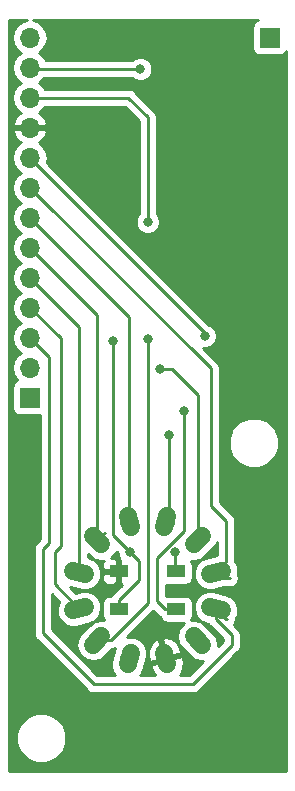
<source format=gtl>
G04 #@! TF.GenerationSoftware,KiCad,Pcbnew,5.0.0-rc2-unknown-e4a6f2e~65~ubuntu18.04.1*
G04 #@! TF.CreationDate,2018-06-07T10:51:13+01:00*
G04 #@! TF.ProjectId,IV-11-breakout,49562D31312D627265616B6F75742E6B,rev?*
G04 #@! TF.SameCoordinates,Original*
G04 #@! TF.FileFunction,Copper,L1,Top,Signal*
G04 #@! TF.FilePolarity,Positive*
%FSLAX46Y46*%
G04 Gerber Fmt 4.6, Leading zero omitted, Abs format (unit mm)*
G04 Created by KiCad (PCBNEW 5.0.0-rc2-unknown-e4a6f2e~65~ubuntu18.04.1) date Thu Jun  7 10:51:13 2018*
%MOMM*%
%LPD*%
G01*
G04 APERTURE LIST*
G04 #@! TA.AperFunction,ComponentPad*
%ADD10O,1.700000X1.700000*%
G04 #@! TD*
G04 #@! TA.AperFunction,ComponentPad*
%ADD11R,1.700000X1.700000*%
G04 #@! TD*
G04 #@! TA.AperFunction,ComponentPad*
%ADD12C,1.524000*%
G04 #@! TD*
G04 #@! TA.AperFunction,Conductor*
%ADD13C,1.524000*%
G04 #@! TD*
G04 #@! TA.AperFunction,SMDPad,CuDef*
%ADD14R,1.500000X1.000000*%
G04 #@! TD*
G04 #@! TA.AperFunction,ViaPad*
%ADD15C,0.800000*%
G04 #@! TD*
G04 #@! TA.AperFunction,Conductor*
%ADD16C,0.250000*%
G04 #@! TD*
G04 #@! TA.AperFunction,Conductor*
%ADD17C,0.254000*%
G04 #@! TD*
G04 APERTURE END LIST*
D10*
G04 #@! TO.P,J1,13*
G04 #@! TO.N,/LED_DIN*
X102540000Y-99695000D03*
G04 #@! TO.P,J1,12*
G04 #@! TO.N,/LED+V*
X102540000Y-102235000D03*
G04 #@! TO.P,J1,11*
G04 #@! TO.N,/HEATER+V*
X102540000Y-104775000D03*
G04 #@! TO.P,J1,10*
G04 #@! TO.N,GND*
X102540000Y-107315000D03*
G04 #@! TO.P,J1,9*
G04 #@! TO.N,/GRID*
X102540000Y-109855000D03*
G04 #@! TO.P,J1,8*
G04 #@! TO.N,/DP*
X102540000Y-112395000D03*
G04 #@! TO.P,J1,7*
G04 #@! TO.N,/G*
X102540000Y-114935000D03*
G04 #@! TO.P,J1,6*
G04 #@! TO.N,/F*
X102540000Y-117475000D03*
G04 #@! TO.P,J1,5*
G04 #@! TO.N,/E*
X102540000Y-120015000D03*
G04 #@! TO.P,J1,4*
G04 #@! TO.N,/D*
X102540000Y-122555000D03*
G04 #@! TO.P,J1,3*
G04 #@! TO.N,/C*
X102540000Y-125095000D03*
G04 #@! TO.P,J1,2*
G04 #@! TO.N,/B*
X102540000Y-127635000D03*
D11*
G04 #@! TO.P,J1,1*
G04 #@! TO.N,/A*
X102540000Y-130175000D03*
G04 #@! TD*
D12*
G04 #@! TO.P,VFD1,1*
G04 #@! TO.N,GND*
X114052914Y-152295555D03*
D13*
G04 #@! TD*
G04 #@! TO.N,GND*
G04 #@! TO.C,VFD1*
X114179218Y-152766927D02*
X113926610Y-151824183D01*
D12*
G04 #@! TO.P,VFD1,2*
G04 #@! TO.N,/GRID*
X116742640Y-150742641D03*
D13*
G04 #@! TD*
G04 #@! TO.N,/GRID*
G04 #@! TO.C,VFD1*
X117087708Y-151087709D02*
X116397572Y-150397573D01*
D12*
G04 #@! TO.P,VFD1,3*
G04 #@! TO.N,/C*
X118295555Y-148052915D03*
D13*
G04 #@! TD*
G04 #@! TO.N,/C*
G04 #@! TO.C,VFD1*
X118766927Y-148179219D02*
X117824183Y-147926611D01*
D12*
G04 #@! TO.P,VFD1,4*
G04 #@! TO.N,/DP*
X118295555Y-144947086D03*
D13*
G04 #@! TD*
G04 #@! TO.N,/DP*
G04 #@! TO.C,VFD1*
X118766927Y-144820782D02*
X117824183Y-145073390D01*
D12*
G04 #@! TO.P,VFD1,5*
G04 #@! TO.N,/B*
X116742641Y-142257360D03*
D13*
G04 #@! TD*
G04 #@! TO.N,/B*
G04 #@! TO.C,VFD1*
X117087709Y-141912292D02*
X116397573Y-142602428D01*
D12*
G04 #@! TO.P,VFD1,6*
G04 #@! TO.N,/A*
X114052915Y-140704445D03*
D13*
G04 #@! TD*
G04 #@! TO.N,/A*
G04 #@! TO.C,VFD1*
X114179219Y-140233073D02*
X113926611Y-141175817D01*
D12*
G04 #@! TO.P,VFD1,7*
G04 #@! TO.N,/G*
X110947086Y-140704445D03*
D13*
G04 #@! TD*
G04 #@! TO.N,/G*
G04 #@! TO.C,VFD1*
X110820782Y-140233073D02*
X111073390Y-141175817D01*
D12*
G04 #@! TO.P,VFD1,8*
G04 #@! TO.N,/F*
X108257360Y-142257359D03*
D13*
G04 #@! TD*
G04 #@! TO.N,/F*
G04 #@! TO.C,VFD1*
X107912292Y-141912291D02*
X108602428Y-142602427D01*
D12*
G04 #@! TO.P,VFD1,9*
G04 #@! TO.N,/E*
X106704445Y-144947085D03*
D13*
G04 #@! TD*
G04 #@! TO.N,/E*
G04 #@! TO.C,VFD1*
X106233073Y-144820781D02*
X107175817Y-145073389D01*
D12*
G04 #@! TO.P,VFD1,10*
G04 #@! TO.N,/D*
X106704445Y-148052914D03*
D13*
G04 #@! TD*
G04 #@! TO.N,/D*
G04 #@! TO.C,VFD1*
X106233073Y-148179218D02*
X107175817Y-147926610D01*
D12*
G04 #@! TO.P,VFD1,11*
G04 #@! TO.N,/HEATER+V*
X108257359Y-150742640D03*
D13*
G04 #@! TD*
G04 #@! TO.N,/HEATER+V*
G04 #@! TO.C,VFD1*
X107912291Y-151087708D02*
X108602427Y-150397572D01*
D12*
G04 #@! TO.P,VFD1,12*
G04 #@! TO.N,N/C*
X110947085Y-152295555D03*
D13*
G04 #@! TD*
G04 #@! TO.N,N/C*
G04 #@! TO.C,VFD1*
X110820781Y-152766927D02*
X111073389Y-151824183D01*
D14*
G04 #@! TO.P,D1,1*
G04 #@! TO.N,/LED+V*
X114950000Y-148100000D03*
G04 #@! TO.P,D1,2*
G04 #@! TO.N,/LED_DOUT*
X114950000Y-144900000D03*
G04 #@! TO.P,D1,4*
G04 #@! TO.N,/LED_DIN*
X110050000Y-148100000D03*
G04 #@! TO.P,D1,3*
G04 #@! TO.N,GND*
X110050000Y-144900000D03*
G04 #@! TD*
D11*
G04 #@! TO.P,J2,1*
G04 #@! TO.N,/LED_DOUT*
X122860000Y-99695000D03*
G04 #@! TD*
D15*
G04 #@! TO.N,GND*
X108712000Y-146304000D03*
G04 #@! TO.N,/LED_DOUT*
X114812653Y-143260653D03*
G04 #@! TO.N,/A*
X114300000Y-133350000D03*
G04 #@! TO.N,/B*
X113538000Y-127762000D03*
G04 #@! TO.N,/GRID*
X117348000Y-124968000D03*
G04 #@! TO.N,/LED_DIN*
X110998000Y-143256000D03*
X109601000Y-125349000D03*
G04 #@! TO.N,/LED+V*
X115570000Y-131318000D03*
X111887000Y-102362000D03*
G04 #@! TO.N,/HEATER+V*
X112522000Y-125222000D03*
X112522000Y-115316000D03*
G04 #@! TD*
D16*
G04 #@! TO.N,GND*
X110050000Y-145650000D02*
X109396000Y-146304000D01*
X110050000Y-144900000D02*
X110050000Y-145650000D01*
X109396000Y-146304000D02*
X108712000Y-146304000D01*
G04 #@! TO.N,/LED_DOUT*
X114812653Y-144762653D02*
X114950000Y-144900000D01*
X114812653Y-143260653D02*
X114812653Y-144762653D01*
G04 #@! TO.N,/A*
X114300000Y-140457360D02*
X114052915Y-140704445D01*
X114300000Y-133350000D02*
X114300000Y-140457360D01*
G04 #@! TO.N,/B*
X116742641Y-142257360D02*
X116742641Y-129950641D01*
X116742641Y-129950641D02*
X114554000Y-127762000D01*
X114554000Y-127762000D02*
X113538000Y-127762000D01*
G04 #@! TO.N,/C*
X118364000Y-147994000D02*
X119036000Y-148666000D01*
X119174572Y-148931932D02*
X119213932Y-148931932D01*
X118295555Y-148052915D02*
X119174572Y-148931932D01*
X103632000Y-150114000D02*
X107950000Y-154432000D01*
X103632000Y-143002000D02*
X103632000Y-150114000D01*
X102540000Y-125095000D02*
X103389999Y-125944999D01*
X103389999Y-125944999D02*
X103389999Y-125995999D01*
X103389999Y-125995999D02*
X104140000Y-126746000D01*
X104140000Y-142494000D02*
X103632000Y-143002000D01*
X104140000Y-126746000D02*
X104140000Y-142494000D01*
X107950000Y-154432000D02*
X116332000Y-154432000D01*
X118295555Y-148941795D02*
X119634000Y-150280240D01*
X118295555Y-148052915D02*
X118295555Y-148941795D01*
X119634000Y-151130000D02*
X116332000Y-154432000D01*
X119634000Y-150280240D02*
X119634000Y-151130000D01*
G04 #@! TO.N,/D*
X105148963Y-125163963D02*
X105148963Y-142755037D01*
X102540000Y-122555000D02*
X105148963Y-125163963D01*
X105148963Y-142755037D02*
X104648000Y-143256000D01*
X104648000Y-145996469D02*
X106704445Y-148052914D01*
X104648000Y-143256000D02*
X104648000Y-145996469D01*
G04 #@! TO.N,/E*
X106704445Y-124179445D02*
X106704445Y-144947085D01*
X102540000Y-120015000D02*
X106704445Y-124179445D01*
G04 #@! TO.N,/F*
X103389999Y-118324999D02*
X102540000Y-117475000D01*
X108257360Y-142257359D02*
X108866885Y-141647834D01*
X108257360Y-123192360D02*
X102540000Y-117475000D01*
X108257360Y-142257359D02*
X108257360Y-123192360D01*
G04 #@! TO.N,/G*
X110947086Y-123342086D02*
X110947086Y-140704445D01*
X102540000Y-114935000D02*
X110947086Y-123342086D01*
G04 #@! TO.N,/DP*
X118450000Y-145466000D02*
X119450000Y-145466000D01*
X117856000Y-139319000D02*
X117856000Y-127711000D01*
X117856000Y-127711000D02*
X102540000Y-112395000D01*
X119174573Y-140637573D02*
X117856000Y-139319000D01*
X118295555Y-144947086D02*
X119174573Y-144068068D01*
X119174573Y-144068068D02*
X119174573Y-140637573D01*
G04 #@! TO.N,/GRID*
X103389999Y-110704999D02*
X103389999Y-110755999D01*
X102540000Y-109855000D02*
X103389999Y-110704999D01*
X103389999Y-110755999D02*
X117348000Y-124714000D01*
X117348000Y-124714000D02*
X117348000Y-124968000D01*
G04 #@! TO.N,/LED_DIN*
X110050000Y-147350000D02*
X111760000Y-145640000D01*
X110050000Y-148100000D02*
X110050000Y-147350000D01*
X111760000Y-145640000D02*
X111760000Y-144018000D01*
X111760000Y-144018000D02*
X110998000Y-143256000D01*
X110598001Y-142856001D02*
X110998000Y-143256000D01*
X109582001Y-141840001D02*
X110598001Y-142856001D01*
X109582001Y-125367999D02*
X109582001Y-141840001D01*
G04 #@! TO.N,/LED+V*
X114950000Y-148100000D02*
X114700000Y-148100000D01*
X115570000Y-131318000D02*
X115570000Y-141478000D01*
X115570000Y-141478000D02*
X113284000Y-143764000D01*
X113284000Y-143764000D02*
X113284000Y-147434000D01*
X114950000Y-148100000D02*
X113950000Y-148100000D01*
X113950000Y-148100000D02*
X113284000Y-147434000D01*
X102667000Y-102362000D02*
X102540000Y-102235000D01*
X111887000Y-102362000D02*
X102667000Y-102362000D01*
G04 #@! TO.N,/HEATER+V*
X109379734Y-150742640D02*
X112522000Y-147600374D01*
X108257359Y-150742640D02*
X109379734Y-150742640D01*
X112522000Y-147600374D02*
X112522000Y-127704998D01*
X112522000Y-127704998D02*
X112522000Y-125222000D01*
X102540000Y-104775000D02*
X110871000Y-104775000D01*
X110871000Y-104775000D02*
X112522000Y-106426000D01*
X112522000Y-106426000D02*
X112522000Y-115316000D01*
G04 #@! TD*
D17*
G04 #@! TO.N,GND*
G36*
X101960582Y-98296161D02*
X101469375Y-98624375D01*
X101141161Y-99115582D01*
X101025908Y-99695000D01*
X101141161Y-100274418D01*
X101469375Y-100765625D01*
X101767761Y-100965000D01*
X101469375Y-101164375D01*
X101141161Y-101655582D01*
X101025908Y-102235000D01*
X101141161Y-102814418D01*
X101469375Y-103305625D01*
X101767761Y-103505000D01*
X101469375Y-103704375D01*
X101141161Y-104195582D01*
X101025908Y-104775000D01*
X101141161Y-105354418D01*
X101469375Y-105845625D01*
X101788478Y-106058843D01*
X101658642Y-106119817D01*
X101268355Y-106548076D01*
X101098524Y-106958110D01*
X101219845Y-107188000D01*
X102413000Y-107188000D01*
X102413000Y-107168000D01*
X102667000Y-107168000D01*
X102667000Y-107188000D01*
X103860155Y-107188000D01*
X103981476Y-106958110D01*
X103811645Y-106548076D01*
X103421358Y-106119817D01*
X103291522Y-106058843D01*
X103610625Y-105845625D01*
X103818178Y-105535000D01*
X110556199Y-105535000D01*
X111762000Y-106740802D01*
X111762001Y-114612288D01*
X111644569Y-114729720D01*
X111487000Y-115110126D01*
X111487000Y-115521874D01*
X111644569Y-115902280D01*
X111935720Y-116193431D01*
X112316126Y-116351000D01*
X112727874Y-116351000D01*
X113108280Y-116193431D01*
X113399431Y-115902280D01*
X113557000Y-115521874D01*
X113557000Y-115110126D01*
X113399431Y-114729720D01*
X113282000Y-114612289D01*
X113282000Y-106500848D01*
X113296888Y-106426000D01*
X113282000Y-106351152D01*
X113282000Y-106351148D01*
X113237904Y-106129463D01*
X113069929Y-105878071D01*
X113006473Y-105835671D01*
X111461331Y-104290530D01*
X111418929Y-104227071D01*
X111167537Y-104059096D01*
X110945852Y-104015000D01*
X110945847Y-104015000D01*
X110871000Y-104000112D01*
X110796153Y-104015000D01*
X103818178Y-104015000D01*
X103610625Y-103704375D01*
X103312239Y-103505000D01*
X103610625Y-103305625D01*
X103733319Y-103122000D01*
X111183289Y-103122000D01*
X111300720Y-103239431D01*
X111681126Y-103397000D01*
X112092874Y-103397000D01*
X112473280Y-103239431D01*
X112764431Y-102948280D01*
X112922000Y-102567874D01*
X112922000Y-102156126D01*
X112764431Y-101775720D01*
X112473280Y-101484569D01*
X112092874Y-101327000D01*
X111681126Y-101327000D01*
X111300720Y-101484569D01*
X111183289Y-101602000D01*
X103903037Y-101602000D01*
X103610625Y-101164375D01*
X103312239Y-100965000D01*
X103610625Y-100765625D01*
X103938839Y-100274418D01*
X104054092Y-99695000D01*
X103938839Y-99115582D01*
X103610625Y-98624375D01*
X103119418Y-98296161D01*
X102811940Y-98235000D01*
X121821774Y-98235000D01*
X121762235Y-98246843D01*
X121552191Y-98387191D01*
X121411843Y-98597235D01*
X121362560Y-98845000D01*
X121362560Y-100545000D01*
X121411843Y-100792765D01*
X121552191Y-101002809D01*
X121762235Y-101143157D01*
X122010000Y-101192440D01*
X123710000Y-101192440D01*
X123957765Y-101143157D01*
X124167809Y-101002809D01*
X124265000Y-100857353D01*
X124265001Y-161765000D01*
X100735000Y-161765000D01*
X100735000Y-158575322D01*
X101365000Y-158575322D01*
X101365000Y-159424678D01*
X101690034Y-160209380D01*
X102290620Y-160809966D01*
X103075322Y-161135000D01*
X103924678Y-161135000D01*
X104709380Y-160809966D01*
X105309966Y-160209380D01*
X105635000Y-159424678D01*
X105635000Y-158575322D01*
X105309966Y-157790620D01*
X104709380Y-157190034D01*
X103924678Y-156865000D01*
X103075322Y-156865000D01*
X102290620Y-157190034D01*
X101690034Y-157790620D01*
X101365000Y-158575322D01*
X100735000Y-158575322D01*
X100735000Y-109855000D01*
X101025908Y-109855000D01*
X101141161Y-110434418D01*
X101469375Y-110925625D01*
X101767761Y-111125000D01*
X101469375Y-111324375D01*
X101141161Y-111815582D01*
X101025908Y-112395000D01*
X101141161Y-112974418D01*
X101469375Y-113465625D01*
X101767761Y-113665000D01*
X101469375Y-113864375D01*
X101141161Y-114355582D01*
X101025908Y-114935000D01*
X101141161Y-115514418D01*
X101469375Y-116005625D01*
X101767761Y-116205000D01*
X101469375Y-116404375D01*
X101141161Y-116895582D01*
X101025908Y-117475000D01*
X101141161Y-118054418D01*
X101469375Y-118545625D01*
X101767761Y-118745000D01*
X101469375Y-118944375D01*
X101141161Y-119435582D01*
X101025908Y-120015000D01*
X101141161Y-120594418D01*
X101469375Y-121085625D01*
X101767761Y-121285000D01*
X101469375Y-121484375D01*
X101141161Y-121975582D01*
X101025908Y-122555000D01*
X101141161Y-123134418D01*
X101469375Y-123625625D01*
X101767761Y-123825000D01*
X101469375Y-124024375D01*
X101141161Y-124515582D01*
X101025908Y-125095000D01*
X101141161Y-125674418D01*
X101469375Y-126165625D01*
X101767761Y-126365000D01*
X101469375Y-126564375D01*
X101141161Y-127055582D01*
X101025908Y-127635000D01*
X101141161Y-128214418D01*
X101469375Y-128705625D01*
X101487619Y-128717816D01*
X101442235Y-128726843D01*
X101232191Y-128867191D01*
X101091843Y-129077235D01*
X101042560Y-129325000D01*
X101042560Y-131025000D01*
X101091843Y-131272765D01*
X101232191Y-131482809D01*
X101442235Y-131623157D01*
X101690000Y-131672440D01*
X103380000Y-131672440D01*
X103380001Y-142179197D01*
X103147529Y-142411670D01*
X103084071Y-142454071D01*
X102916096Y-142705464D01*
X102872000Y-142927149D01*
X102872000Y-142927153D01*
X102857112Y-143002000D01*
X102872000Y-143076847D01*
X102872001Y-150039148D01*
X102857112Y-150114000D01*
X102916097Y-150410537D01*
X103030713Y-150582071D01*
X103084072Y-150661929D01*
X103147528Y-150704329D01*
X107359671Y-154916473D01*
X107402071Y-154979929D01*
X107653463Y-155147904D01*
X107875148Y-155192000D01*
X107875152Y-155192000D01*
X107949999Y-155206888D01*
X108024846Y-155192000D01*
X116257153Y-155192000D01*
X116332000Y-155206888D01*
X116406847Y-155192000D01*
X116406852Y-155192000D01*
X116628537Y-155147904D01*
X116879929Y-154979929D01*
X116922331Y-154916470D01*
X120118473Y-151720329D01*
X120181929Y-151677929D01*
X120349904Y-151426537D01*
X120394000Y-151204852D01*
X120394000Y-151204848D01*
X120408888Y-151130001D01*
X120394000Y-151055154D01*
X120394000Y-150355086D01*
X120408888Y-150280239D01*
X120394000Y-150205392D01*
X120394000Y-150205388D01*
X120349904Y-149983703D01*
X120181929Y-149732311D01*
X120118473Y-149689911D01*
X119820565Y-149392004D01*
X119929836Y-149228469D01*
X119988821Y-148931932D01*
X119978630Y-148880696D01*
X120142761Y-148547873D01*
X120179109Y-147993302D01*
X120000466Y-147467036D01*
X119634028Y-147049193D01*
X119261398Y-146865432D01*
X118052854Y-146541603D01*
X117638267Y-146514430D01*
X117112000Y-146693073D01*
X116694157Y-147059511D01*
X116448350Y-147557957D01*
X116412002Y-148112527D01*
X116590645Y-148638794D01*
X116957083Y-149056637D01*
X117329713Y-149240398D01*
X117635841Y-149322425D01*
X117696199Y-149412756D01*
X117747627Y-149489724D01*
X117811083Y-149532124D01*
X118874000Y-150595042D01*
X118874000Y-150815198D01*
X118489873Y-151199325D01*
X118512075Y-151087709D01*
X118403652Y-150542627D01*
X118172825Y-150197171D01*
X117288110Y-149312456D01*
X116942653Y-149081629D01*
X116397572Y-148973206D01*
X116186253Y-149015240D01*
X116298157Y-148847765D01*
X116347440Y-148600000D01*
X116347440Y-147600000D01*
X116298157Y-147352235D01*
X116157809Y-147142191D01*
X115947765Y-147001843D01*
X115700000Y-146952560D01*
X114200000Y-146952560D01*
X114044000Y-146983590D01*
X114044000Y-146016410D01*
X114200000Y-146047440D01*
X115700000Y-146047440D01*
X115947765Y-145998157D01*
X116157809Y-145857809D01*
X116298157Y-145647765D01*
X116347440Y-145400000D01*
X116347440Y-144400000D01*
X116298157Y-144152235D01*
X116186254Y-143984761D01*
X116397573Y-144026795D01*
X116942654Y-143918372D01*
X117288111Y-143687545D01*
X118172826Y-142802830D01*
X118403653Y-142457374D01*
X118414573Y-142402473D01*
X118414573Y-143468915D01*
X117329713Y-143759603D01*
X116957083Y-143943364D01*
X116590645Y-144361207D01*
X116412002Y-144887474D01*
X116448350Y-145442044D01*
X116694157Y-145940490D01*
X117112000Y-146306928D01*
X117638267Y-146485571D01*
X118052854Y-146458398D01*
X118920174Y-146226000D01*
X119524852Y-146226000D01*
X119746537Y-146181904D01*
X119997929Y-146013929D01*
X120165904Y-145762537D01*
X120224889Y-145466000D01*
X120165904Y-145169463D01*
X120138023Y-145127736D01*
X120179109Y-145006699D01*
X120142761Y-144452128D01*
X119946823Y-144054808D01*
X119934573Y-143993222D01*
X119934573Y-140712421D01*
X119949461Y-140637573D01*
X119934573Y-140562725D01*
X119934573Y-140562721D01*
X119890477Y-140341036D01*
X119890477Y-140341035D01*
X119764902Y-140153100D01*
X119722502Y-140089644D01*
X119659046Y-140047244D01*
X118616000Y-139004199D01*
X118616000Y-133575322D01*
X119365000Y-133575322D01*
X119365000Y-134424678D01*
X119690034Y-135209380D01*
X120290620Y-135809966D01*
X121075322Y-136135000D01*
X121924678Y-136135000D01*
X122709380Y-135809966D01*
X123309966Y-135209380D01*
X123635000Y-134424678D01*
X123635000Y-133575322D01*
X123309966Y-132790620D01*
X122709380Y-132190034D01*
X121924678Y-131865000D01*
X121075322Y-131865000D01*
X120290620Y-132190034D01*
X119690034Y-132790620D01*
X119365000Y-133575322D01*
X118616000Y-133575322D01*
X118616000Y-127785847D01*
X118630888Y-127711000D01*
X118616000Y-127636153D01*
X118616000Y-127636148D01*
X118571904Y-127414463D01*
X118403929Y-127163071D01*
X118340473Y-127120671D01*
X117222802Y-126003000D01*
X117553874Y-126003000D01*
X117934280Y-125845431D01*
X118225431Y-125554280D01*
X118383000Y-125173874D01*
X118383000Y-124762126D01*
X118225431Y-124381720D01*
X117934280Y-124090569D01*
X117703978Y-123995175D01*
X104083028Y-110374227D01*
X103981142Y-110221745D01*
X104054092Y-109855000D01*
X103938839Y-109275582D01*
X103610625Y-108784375D01*
X103291522Y-108571157D01*
X103421358Y-108510183D01*
X103811645Y-108081924D01*
X103981476Y-107671890D01*
X103860155Y-107442000D01*
X102667000Y-107442000D01*
X102667000Y-107462000D01*
X102413000Y-107462000D01*
X102413000Y-107442000D01*
X101219845Y-107442000D01*
X101098524Y-107671890D01*
X101268355Y-108081924D01*
X101658642Y-108510183D01*
X101788478Y-108571157D01*
X101469375Y-108784375D01*
X101141161Y-109275582D01*
X101025908Y-109855000D01*
X100735000Y-109855000D01*
X100735000Y-98235000D01*
X102268060Y-98235000D01*
X101960582Y-98296161D01*
X101960582Y-98296161D01*
G37*
X101960582Y-98296161D02*
X101469375Y-98624375D01*
X101141161Y-99115582D01*
X101025908Y-99695000D01*
X101141161Y-100274418D01*
X101469375Y-100765625D01*
X101767761Y-100965000D01*
X101469375Y-101164375D01*
X101141161Y-101655582D01*
X101025908Y-102235000D01*
X101141161Y-102814418D01*
X101469375Y-103305625D01*
X101767761Y-103505000D01*
X101469375Y-103704375D01*
X101141161Y-104195582D01*
X101025908Y-104775000D01*
X101141161Y-105354418D01*
X101469375Y-105845625D01*
X101788478Y-106058843D01*
X101658642Y-106119817D01*
X101268355Y-106548076D01*
X101098524Y-106958110D01*
X101219845Y-107188000D01*
X102413000Y-107188000D01*
X102413000Y-107168000D01*
X102667000Y-107168000D01*
X102667000Y-107188000D01*
X103860155Y-107188000D01*
X103981476Y-106958110D01*
X103811645Y-106548076D01*
X103421358Y-106119817D01*
X103291522Y-106058843D01*
X103610625Y-105845625D01*
X103818178Y-105535000D01*
X110556199Y-105535000D01*
X111762000Y-106740802D01*
X111762001Y-114612288D01*
X111644569Y-114729720D01*
X111487000Y-115110126D01*
X111487000Y-115521874D01*
X111644569Y-115902280D01*
X111935720Y-116193431D01*
X112316126Y-116351000D01*
X112727874Y-116351000D01*
X113108280Y-116193431D01*
X113399431Y-115902280D01*
X113557000Y-115521874D01*
X113557000Y-115110126D01*
X113399431Y-114729720D01*
X113282000Y-114612289D01*
X113282000Y-106500848D01*
X113296888Y-106426000D01*
X113282000Y-106351152D01*
X113282000Y-106351148D01*
X113237904Y-106129463D01*
X113069929Y-105878071D01*
X113006473Y-105835671D01*
X111461331Y-104290530D01*
X111418929Y-104227071D01*
X111167537Y-104059096D01*
X110945852Y-104015000D01*
X110945847Y-104015000D01*
X110871000Y-104000112D01*
X110796153Y-104015000D01*
X103818178Y-104015000D01*
X103610625Y-103704375D01*
X103312239Y-103505000D01*
X103610625Y-103305625D01*
X103733319Y-103122000D01*
X111183289Y-103122000D01*
X111300720Y-103239431D01*
X111681126Y-103397000D01*
X112092874Y-103397000D01*
X112473280Y-103239431D01*
X112764431Y-102948280D01*
X112922000Y-102567874D01*
X112922000Y-102156126D01*
X112764431Y-101775720D01*
X112473280Y-101484569D01*
X112092874Y-101327000D01*
X111681126Y-101327000D01*
X111300720Y-101484569D01*
X111183289Y-101602000D01*
X103903037Y-101602000D01*
X103610625Y-101164375D01*
X103312239Y-100965000D01*
X103610625Y-100765625D01*
X103938839Y-100274418D01*
X104054092Y-99695000D01*
X103938839Y-99115582D01*
X103610625Y-98624375D01*
X103119418Y-98296161D01*
X102811940Y-98235000D01*
X121821774Y-98235000D01*
X121762235Y-98246843D01*
X121552191Y-98387191D01*
X121411843Y-98597235D01*
X121362560Y-98845000D01*
X121362560Y-100545000D01*
X121411843Y-100792765D01*
X121552191Y-101002809D01*
X121762235Y-101143157D01*
X122010000Y-101192440D01*
X123710000Y-101192440D01*
X123957765Y-101143157D01*
X124167809Y-101002809D01*
X124265000Y-100857353D01*
X124265001Y-161765000D01*
X100735000Y-161765000D01*
X100735000Y-158575322D01*
X101365000Y-158575322D01*
X101365000Y-159424678D01*
X101690034Y-160209380D01*
X102290620Y-160809966D01*
X103075322Y-161135000D01*
X103924678Y-161135000D01*
X104709380Y-160809966D01*
X105309966Y-160209380D01*
X105635000Y-159424678D01*
X105635000Y-158575322D01*
X105309966Y-157790620D01*
X104709380Y-157190034D01*
X103924678Y-156865000D01*
X103075322Y-156865000D01*
X102290620Y-157190034D01*
X101690034Y-157790620D01*
X101365000Y-158575322D01*
X100735000Y-158575322D01*
X100735000Y-109855000D01*
X101025908Y-109855000D01*
X101141161Y-110434418D01*
X101469375Y-110925625D01*
X101767761Y-111125000D01*
X101469375Y-111324375D01*
X101141161Y-111815582D01*
X101025908Y-112395000D01*
X101141161Y-112974418D01*
X101469375Y-113465625D01*
X101767761Y-113665000D01*
X101469375Y-113864375D01*
X101141161Y-114355582D01*
X101025908Y-114935000D01*
X101141161Y-115514418D01*
X101469375Y-116005625D01*
X101767761Y-116205000D01*
X101469375Y-116404375D01*
X101141161Y-116895582D01*
X101025908Y-117475000D01*
X101141161Y-118054418D01*
X101469375Y-118545625D01*
X101767761Y-118745000D01*
X101469375Y-118944375D01*
X101141161Y-119435582D01*
X101025908Y-120015000D01*
X101141161Y-120594418D01*
X101469375Y-121085625D01*
X101767761Y-121285000D01*
X101469375Y-121484375D01*
X101141161Y-121975582D01*
X101025908Y-122555000D01*
X101141161Y-123134418D01*
X101469375Y-123625625D01*
X101767761Y-123825000D01*
X101469375Y-124024375D01*
X101141161Y-124515582D01*
X101025908Y-125095000D01*
X101141161Y-125674418D01*
X101469375Y-126165625D01*
X101767761Y-126365000D01*
X101469375Y-126564375D01*
X101141161Y-127055582D01*
X101025908Y-127635000D01*
X101141161Y-128214418D01*
X101469375Y-128705625D01*
X101487619Y-128717816D01*
X101442235Y-128726843D01*
X101232191Y-128867191D01*
X101091843Y-129077235D01*
X101042560Y-129325000D01*
X101042560Y-131025000D01*
X101091843Y-131272765D01*
X101232191Y-131482809D01*
X101442235Y-131623157D01*
X101690000Y-131672440D01*
X103380000Y-131672440D01*
X103380001Y-142179197D01*
X103147529Y-142411670D01*
X103084071Y-142454071D01*
X102916096Y-142705464D01*
X102872000Y-142927149D01*
X102872000Y-142927153D01*
X102857112Y-143002000D01*
X102872000Y-143076847D01*
X102872001Y-150039148D01*
X102857112Y-150114000D01*
X102916097Y-150410537D01*
X103030713Y-150582071D01*
X103084072Y-150661929D01*
X103147528Y-150704329D01*
X107359671Y-154916473D01*
X107402071Y-154979929D01*
X107653463Y-155147904D01*
X107875148Y-155192000D01*
X107875152Y-155192000D01*
X107949999Y-155206888D01*
X108024846Y-155192000D01*
X116257153Y-155192000D01*
X116332000Y-155206888D01*
X116406847Y-155192000D01*
X116406852Y-155192000D01*
X116628537Y-155147904D01*
X116879929Y-154979929D01*
X116922331Y-154916470D01*
X120118473Y-151720329D01*
X120181929Y-151677929D01*
X120349904Y-151426537D01*
X120394000Y-151204852D01*
X120394000Y-151204848D01*
X120408888Y-151130001D01*
X120394000Y-151055154D01*
X120394000Y-150355086D01*
X120408888Y-150280239D01*
X120394000Y-150205392D01*
X120394000Y-150205388D01*
X120349904Y-149983703D01*
X120181929Y-149732311D01*
X120118473Y-149689911D01*
X119820565Y-149392004D01*
X119929836Y-149228469D01*
X119988821Y-148931932D01*
X119978630Y-148880696D01*
X120142761Y-148547873D01*
X120179109Y-147993302D01*
X120000466Y-147467036D01*
X119634028Y-147049193D01*
X119261398Y-146865432D01*
X118052854Y-146541603D01*
X117638267Y-146514430D01*
X117112000Y-146693073D01*
X116694157Y-147059511D01*
X116448350Y-147557957D01*
X116412002Y-148112527D01*
X116590645Y-148638794D01*
X116957083Y-149056637D01*
X117329713Y-149240398D01*
X117635841Y-149322425D01*
X117696199Y-149412756D01*
X117747627Y-149489724D01*
X117811083Y-149532124D01*
X118874000Y-150595042D01*
X118874000Y-150815198D01*
X118489873Y-151199325D01*
X118512075Y-151087709D01*
X118403652Y-150542627D01*
X118172825Y-150197171D01*
X117288110Y-149312456D01*
X116942653Y-149081629D01*
X116397572Y-148973206D01*
X116186253Y-149015240D01*
X116298157Y-148847765D01*
X116347440Y-148600000D01*
X116347440Y-147600000D01*
X116298157Y-147352235D01*
X116157809Y-147142191D01*
X115947765Y-147001843D01*
X115700000Y-146952560D01*
X114200000Y-146952560D01*
X114044000Y-146983590D01*
X114044000Y-146016410D01*
X114200000Y-146047440D01*
X115700000Y-146047440D01*
X115947765Y-145998157D01*
X116157809Y-145857809D01*
X116298157Y-145647765D01*
X116347440Y-145400000D01*
X116347440Y-144400000D01*
X116298157Y-144152235D01*
X116186254Y-143984761D01*
X116397573Y-144026795D01*
X116942654Y-143918372D01*
X117288111Y-143687545D01*
X118172826Y-142802830D01*
X118403653Y-142457374D01*
X118414573Y-142402473D01*
X118414573Y-143468915D01*
X117329713Y-143759603D01*
X116957083Y-143943364D01*
X116590645Y-144361207D01*
X116412002Y-144887474D01*
X116448350Y-145442044D01*
X116694157Y-145940490D01*
X117112000Y-146306928D01*
X117638267Y-146485571D01*
X118052854Y-146458398D01*
X118920174Y-146226000D01*
X119524852Y-146226000D01*
X119746537Y-146181904D01*
X119997929Y-146013929D01*
X120165904Y-145762537D01*
X120224889Y-145466000D01*
X120165904Y-145169463D01*
X120138023Y-145127736D01*
X120179109Y-145006699D01*
X120142761Y-144452128D01*
X119946823Y-144054808D01*
X119934573Y-143993222D01*
X119934573Y-140712421D01*
X119949461Y-140637573D01*
X119934573Y-140562725D01*
X119934573Y-140562721D01*
X119890477Y-140341036D01*
X119890477Y-140341035D01*
X119764902Y-140153100D01*
X119722502Y-140089644D01*
X119659046Y-140047244D01*
X118616000Y-139004199D01*
X118616000Y-133575322D01*
X119365000Y-133575322D01*
X119365000Y-134424678D01*
X119690034Y-135209380D01*
X120290620Y-135809966D01*
X121075322Y-136135000D01*
X121924678Y-136135000D01*
X122709380Y-135809966D01*
X123309966Y-135209380D01*
X123635000Y-134424678D01*
X123635000Y-133575322D01*
X123309966Y-132790620D01*
X122709380Y-132190034D01*
X121924678Y-131865000D01*
X121075322Y-131865000D01*
X120290620Y-132190034D01*
X119690034Y-132790620D01*
X119365000Y-133575322D01*
X118616000Y-133575322D01*
X118616000Y-127785847D01*
X118630888Y-127711000D01*
X118616000Y-127636153D01*
X118616000Y-127636148D01*
X118571904Y-127414463D01*
X118403929Y-127163071D01*
X118340473Y-127120671D01*
X117222802Y-126003000D01*
X117553874Y-126003000D01*
X117934280Y-125845431D01*
X118225431Y-125554280D01*
X118383000Y-125173874D01*
X118383000Y-124762126D01*
X118225431Y-124381720D01*
X117934280Y-124090569D01*
X117703978Y-123995175D01*
X104083028Y-110374227D01*
X103981142Y-110221745D01*
X104054092Y-109855000D01*
X103938839Y-109275582D01*
X103610625Y-108784375D01*
X103291522Y-108571157D01*
X103421358Y-108510183D01*
X103811645Y-108081924D01*
X103981476Y-107671890D01*
X103860155Y-107442000D01*
X102667000Y-107442000D01*
X102667000Y-107462000D01*
X102413000Y-107462000D01*
X102413000Y-107442000D01*
X101219845Y-107442000D01*
X101098524Y-107671890D01*
X101268355Y-108081924D01*
X101658642Y-108510183D01*
X101788478Y-108571157D01*
X101469375Y-108784375D01*
X101141161Y-109275582D01*
X101025908Y-109855000D01*
X100735000Y-109855000D01*
X100735000Y-98235000D01*
X102268060Y-98235000D01*
X101960582Y-98296161D01*
G36*
X113359671Y-148584473D02*
X113402071Y-148647929D01*
X113586622Y-148771242D01*
X113601843Y-148847765D01*
X113742191Y-149057809D01*
X113952235Y-149198157D01*
X114200000Y-149247440D01*
X115604337Y-149247440D01*
X115390392Y-149390393D01*
X115081628Y-149852492D01*
X114973205Y-150397573D01*
X115081628Y-150942654D01*
X115312455Y-151288111D01*
X116197170Y-152172826D01*
X116542626Y-152403653D01*
X117087708Y-152512076D01*
X117199324Y-152489874D01*
X116017199Y-153672000D01*
X115223969Y-153672000D01*
X115325555Y-153575411D01*
X115547689Y-153075185D01*
X115561486Y-152528029D01*
X115435182Y-152056657D01*
X114208457Y-152385358D01*
X114213633Y-152404676D01*
X113968287Y-152470417D01*
X113963111Y-152451098D01*
X112736386Y-152779798D01*
X112862689Y-153251170D01*
X113120014Y-153672000D01*
X111907507Y-153672000D01*
X111950807Y-153634027D01*
X112134568Y-153261397D01*
X112455656Y-152063081D01*
X112544342Y-152063081D01*
X112670646Y-152534453D01*
X113897371Y-152205752D01*
X113485145Y-150667303D01*
X113244732Y-150604900D01*
X113176926Y-150638557D01*
X112780273Y-151015699D01*
X112558139Y-151515925D01*
X112544342Y-152063081D01*
X112455656Y-152063081D01*
X112458397Y-152052854D01*
X112485571Y-151638266D01*
X112306928Y-151112000D01*
X111940489Y-150694157D01*
X111752729Y-150601563D01*
X113730490Y-150601563D01*
X114142717Y-152140012D01*
X115369442Y-151811312D01*
X115243139Y-151339940D01*
X114957612Y-150872988D01*
X114515126Y-150550846D01*
X113983043Y-150422558D01*
X113907493Y-150427314D01*
X113730490Y-150601563D01*
X111752729Y-150601563D01*
X111442043Y-150448349D01*
X110887472Y-150412001D01*
X110732604Y-150464572D01*
X112986187Y-148210989D01*
X113359671Y-148584473D01*
X113359671Y-148584473D01*
G37*
X113359671Y-148584473D02*
X113402071Y-148647929D01*
X113586622Y-148771242D01*
X113601843Y-148847765D01*
X113742191Y-149057809D01*
X113952235Y-149198157D01*
X114200000Y-149247440D01*
X115604337Y-149247440D01*
X115390392Y-149390393D01*
X115081628Y-149852492D01*
X114973205Y-150397573D01*
X115081628Y-150942654D01*
X115312455Y-151288111D01*
X116197170Y-152172826D01*
X116542626Y-152403653D01*
X117087708Y-152512076D01*
X117199324Y-152489874D01*
X116017199Y-153672000D01*
X115223969Y-153672000D01*
X115325555Y-153575411D01*
X115547689Y-153075185D01*
X115561486Y-152528029D01*
X115435182Y-152056657D01*
X114208457Y-152385358D01*
X114213633Y-152404676D01*
X113968287Y-152470417D01*
X113963111Y-152451098D01*
X112736386Y-152779798D01*
X112862689Y-153251170D01*
X113120014Y-153672000D01*
X111907507Y-153672000D01*
X111950807Y-153634027D01*
X112134568Y-153261397D01*
X112455656Y-152063081D01*
X112544342Y-152063081D01*
X112670646Y-152534453D01*
X113897371Y-152205752D01*
X113485145Y-150667303D01*
X113244732Y-150604900D01*
X113176926Y-150638557D01*
X112780273Y-151015699D01*
X112558139Y-151515925D01*
X112544342Y-152063081D01*
X112455656Y-152063081D01*
X112458397Y-152052854D01*
X112485571Y-151638266D01*
X112306928Y-151112000D01*
X111940489Y-150694157D01*
X111752729Y-150601563D01*
X113730490Y-150601563D01*
X114142717Y-152140012D01*
X115369442Y-151811312D01*
X115243139Y-151339940D01*
X114957612Y-150872988D01*
X114515126Y-150550846D01*
X113983043Y-150422558D01*
X113907493Y-150427314D01*
X113730490Y-150601563D01*
X111752729Y-150601563D01*
X111442043Y-150448349D01*
X110887472Y-150412001D01*
X110732604Y-150464572D01*
X112986187Y-148210989D01*
X113359671Y-148584473D01*
G36*
X109963000Y-143295802D02*
X109963000Y-143461874D01*
X110120569Y-143842280D01*
X110189520Y-143911231D01*
X110177000Y-143923750D01*
X110177000Y-144773000D01*
X110197000Y-144773000D01*
X110197000Y-145027000D01*
X110177000Y-145027000D01*
X110177000Y-145876250D01*
X110312974Y-146012224D01*
X109565528Y-146759671D01*
X109502072Y-146802071D01*
X109401518Y-146952560D01*
X109300000Y-146952560D01*
X109052235Y-147001843D01*
X108842191Y-147142191D01*
X108701843Y-147352235D01*
X108652560Y-147600000D01*
X108652560Y-148600000D01*
X108701843Y-148847765D01*
X108813746Y-149015239D01*
X108602427Y-148973205D01*
X108057345Y-149081628D01*
X107711889Y-149312455D01*
X106827174Y-150197170D01*
X106596347Y-150542627D01*
X106487924Y-151087708D01*
X106596347Y-151632789D01*
X106905111Y-152094888D01*
X107367210Y-152403652D01*
X107912291Y-152512075D01*
X108457372Y-152403652D01*
X108802829Y-152172825D01*
X109477590Y-151498064D01*
X109676271Y-151458544D01*
X109735726Y-151418817D01*
X109435773Y-152538256D01*
X109408600Y-152952843D01*
X109587243Y-153479110D01*
X109756403Y-153672000D01*
X108264802Y-153672000D01*
X104392000Y-149799199D01*
X104392000Y-146815270D01*
X105020200Y-147443471D01*
X104999535Y-147467035D01*
X104820892Y-147993302D01*
X104857240Y-148547872D01*
X105103047Y-149046318D01*
X105520890Y-149412756D01*
X106047157Y-149591399D01*
X106461744Y-149564226D01*
X107670288Y-149240397D01*
X108042918Y-149056636D01*
X108409356Y-148638793D01*
X108587999Y-148112527D01*
X108551651Y-147557956D01*
X108305843Y-147059510D01*
X107888000Y-146693071D01*
X107361734Y-146514428D01*
X106947146Y-146541602D01*
X106411470Y-146685136D01*
X105905665Y-146179332D01*
X106947146Y-146458397D01*
X107361734Y-146485571D01*
X107888000Y-146306928D01*
X108305843Y-145940489D01*
X108551651Y-145442043D01*
X108568449Y-145185750D01*
X108665000Y-145185750D01*
X108665000Y-145526310D01*
X108761673Y-145759699D01*
X108940302Y-145938327D01*
X109173691Y-146035000D01*
X109764250Y-146035000D01*
X109923000Y-145876250D01*
X109923000Y-145027000D01*
X108823750Y-145027000D01*
X108665000Y-145185750D01*
X108568449Y-145185750D01*
X108587999Y-144887472D01*
X108409356Y-144361206D01*
X108042918Y-143943363D01*
X107670288Y-143759602D01*
X107464445Y-143704446D01*
X107464445Y-143440099D01*
X107711890Y-143687544D01*
X108057346Y-143918371D01*
X108602428Y-144026794D01*
X108818075Y-143983899D01*
X108761673Y-144040301D01*
X108665000Y-144273690D01*
X108665000Y-144614250D01*
X108823750Y-144773000D01*
X109923000Y-144773000D01*
X109923000Y-143923750D01*
X109764250Y-143765000D01*
X109377045Y-143765000D01*
X109609608Y-143609607D01*
X109876849Y-143209651D01*
X109963000Y-143295802D01*
X109963000Y-143295802D01*
G37*
X109963000Y-143295802D02*
X109963000Y-143461874D01*
X110120569Y-143842280D01*
X110189520Y-143911231D01*
X110177000Y-143923750D01*
X110177000Y-144773000D01*
X110197000Y-144773000D01*
X110197000Y-145027000D01*
X110177000Y-145027000D01*
X110177000Y-145876250D01*
X110312974Y-146012224D01*
X109565528Y-146759671D01*
X109502072Y-146802071D01*
X109401518Y-146952560D01*
X109300000Y-146952560D01*
X109052235Y-147001843D01*
X108842191Y-147142191D01*
X108701843Y-147352235D01*
X108652560Y-147600000D01*
X108652560Y-148600000D01*
X108701843Y-148847765D01*
X108813746Y-149015239D01*
X108602427Y-148973205D01*
X108057345Y-149081628D01*
X107711889Y-149312455D01*
X106827174Y-150197170D01*
X106596347Y-150542627D01*
X106487924Y-151087708D01*
X106596347Y-151632789D01*
X106905111Y-152094888D01*
X107367210Y-152403652D01*
X107912291Y-152512075D01*
X108457372Y-152403652D01*
X108802829Y-152172825D01*
X109477590Y-151498064D01*
X109676271Y-151458544D01*
X109735726Y-151418817D01*
X109435773Y-152538256D01*
X109408600Y-152952843D01*
X109587243Y-153479110D01*
X109756403Y-153672000D01*
X108264802Y-153672000D01*
X104392000Y-149799199D01*
X104392000Y-146815270D01*
X105020200Y-147443471D01*
X104999535Y-147467035D01*
X104820892Y-147993302D01*
X104857240Y-148547872D01*
X105103047Y-149046318D01*
X105520890Y-149412756D01*
X106047157Y-149591399D01*
X106461744Y-149564226D01*
X107670288Y-149240397D01*
X108042918Y-149056636D01*
X108409356Y-148638793D01*
X108587999Y-148112527D01*
X108551651Y-147557956D01*
X108305843Y-147059510D01*
X107888000Y-146693071D01*
X107361734Y-146514428D01*
X106947146Y-146541602D01*
X106411470Y-146685136D01*
X105905665Y-146179332D01*
X106947146Y-146458397D01*
X107361734Y-146485571D01*
X107888000Y-146306928D01*
X108305843Y-145940489D01*
X108551651Y-145442043D01*
X108568449Y-145185750D01*
X108665000Y-145185750D01*
X108665000Y-145526310D01*
X108761673Y-145759699D01*
X108940302Y-145938327D01*
X109173691Y-146035000D01*
X109764250Y-146035000D01*
X109923000Y-145876250D01*
X109923000Y-145027000D01*
X108823750Y-145027000D01*
X108665000Y-145185750D01*
X108568449Y-145185750D01*
X108587999Y-144887472D01*
X108409356Y-144361206D01*
X108042918Y-143943363D01*
X107670288Y-143759602D01*
X107464445Y-143704446D01*
X107464445Y-143440099D01*
X107711890Y-143687544D01*
X108057346Y-143918371D01*
X108602428Y-144026794D01*
X108818075Y-143983899D01*
X108761673Y-144040301D01*
X108665000Y-144273690D01*
X108665000Y-144614250D01*
X108823750Y-144773000D01*
X109923000Y-144773000D01*
X109923000Y-143923750D01*
X109764250Y-143765000D01*
X109377045Y-143765000D01*
X109609608Y-143609607D01*
X109876849Y-143209651D01*
X109963000Y-143295802D01*
G04 #@! TD*
M02*

</source>
